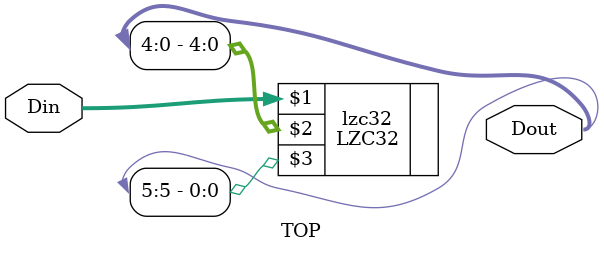
<source format=v>
/* References:
    1. https://digitalsystemdesign.in/leading-zero-counter/
    2. Milenkovic N Z, Stankovic V V, Milic M L. Modular design of fast leading zeros counting circuit[J]. Journal of Electrical Engineering, 2015, 66(6): 329.
*/

`include "LZCx.v"

module TOP (
    input   wire    [31:0]  Din,
    output  wire    [5:0]   Dout
);

    LZC32 lzc32(Din, Dout[4:0], Dout[5]);
    
endmodule


</source>
